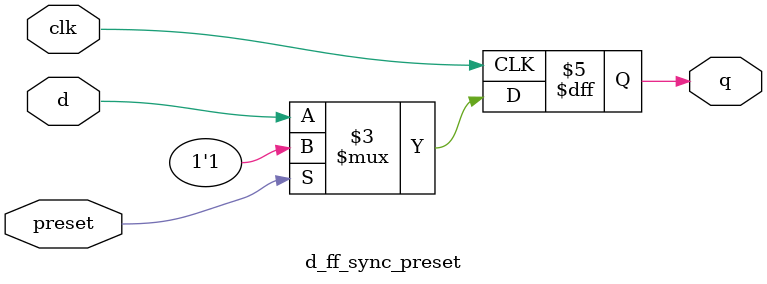
<source format=sv>
module d_ff_sync_preset (
    input wire clk,
    input wire preset,
    input wire d,
    output reg q
);
    always @(posedge clk) begin
        if (preset)
            q <= 1'b1;
        else
            q <= d;
    end
endmodule
</source>
